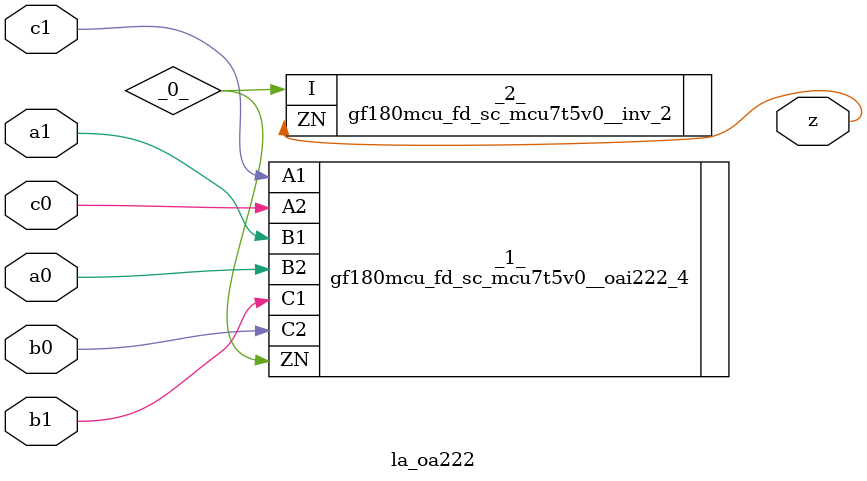
<source format=v>

/* Generated by Yosys 0.44 (git sha1 80ba43d26, g++ 11.4.0-1ubuntu1~22.04 -fPIC -O3) */

(* top =  1  *)
(* src = "inputs/la_oa222.v:10.1-24.10" *)
module la_oa222 (
    a0,
    a1,
    b0,
    b1,
    c0,
    c1,
    z
);
  wire _0_;
  (* src = "inputs/la_oa222.v:13.12-13.14" *)
  input a0;
  wire a0;
  (* src = "inputs/la_oa222.v:14.12-14.14" *)
  input a1;
  wire a1;
  (* src = "inputs/la_oa222.v:15.12-15.14" *)
  input b0;
  wire b0;
  (* src = "inputs/la_oa222.v:16.12-16.14" *)
  input b1;
  wire b1;
  (* src = "inputs/la_oa222.v:17.12-17.14" *)
  input c0;
  wire c0;
  (* src = "inputs/la_oa222.v:18.12-18.14" *)
  input c1;
  wire c1;
  (* src = "inputs/la_oa222.v:19.12-19.13" *)
  output z;
  wire z;
  gf180mcu_fd_sc_mcu7t5v0__oai222_4 _1_ (
      .A1(c1),
      .A2(c0),
      .B1(a1),
      .B2(a0),
      .C1(b1),
      .C2(b0),
      .ZN(_0_)
  );
  gf180mcu_fd_sc_mcu7t5v0__inv_2 _2_ (
      .I (_0_),
      .ZN(z)
  );
endmodule

</source>
